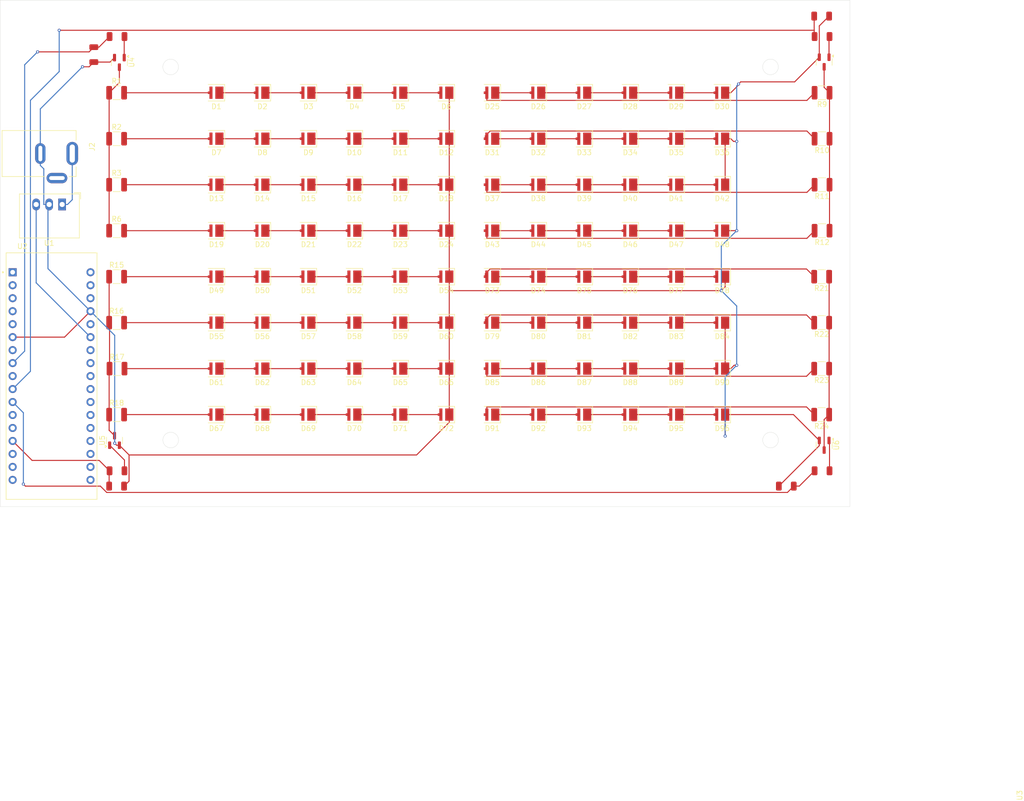
<source format=kicad_pcb>
(kicad_pcb (version 20241229) (generator "pcbnew") (generator_version "9.0")
  (layers (0 "F.Cu" signal) (2 "B.Cu" signal) (13 "F.Paste" user) (15 "B.Paste" user) (5 "F.SilkS" user "F.Silkscreen") (7 "B.SilkS" user "B.Silkscreen") (1 "F.Mask" user) (3 "B.Mask" user) (25 "Edge.Cuts" user))
  (net 0 "")
  (net 2 "GND")
  (net 3 "+24V")
  (net 4 "Net-(U1-OUT)")
  (net 7 "Net-(D25-A)")
  (net 23 "Net-(D25-K)")
  (net 27 "Net-(D26-K)")
  (net 32 "Net-(U2-3(PWM){slash}SCL)")
  (net 34 "Net-(D1-A)")
  (net 35 "Net-(D1-K)")
  (net 36 "Net-(D2-K)")
  (net 37 "Net-(D3-K)")
  (net 38 "Net-(D4-K)")
  (net 39 "Net-(D5-K)")
  (net 40 "Net-(D7-K)")
  (net 41 "Net-(D7-A)")
  (net 42 "Net-(D8-K)")
  (net 43 "Net-(D10-A)")
  (net 44 "Net-(D10-K)")
  (net 45 "Net-(D11-K)")
  (net 46 "Net-(D13-A)")
  (net 47 "Net-(D13-K)")
  (net 48 "Net-(D14-K)")
  (net 49 "Net-(D15-K)")
  (net 50 "Net-(D16-K)")
  (net 51 "Net-(D17-K)")
  (net 52 "Net-(D19-K)")
  (net 53 "Net-(D19-A)")
  (net 54 "Net-(D20-K)")
  (net 55 "Net-(D21-K)")
  (net 56 "Net-(D22-K)")
  (net 57 "Net-(D23-K)")
  (net 58 "Net-(U4-D)")
  (net 59 "Net-(U4-G)")
  (net 60 "Net-(D27-K)")
  (net 61 "Net-(D28-K)")
  (net 62 "Net-(D29-K)")
  (net 63 "Net-(D31-A)")
  (net 64 "Net-(D31-K)")
  (net 65 "Net-(D32-K)")
  (net 66 "Net-(D33-K)")
  (net 67 "Net-(D34-K)")
  (net 68 "Net-(D35-K)")
  (net 69 "Net-(D37-A)")
  (net 70 "Net-(D37-K)")
  (net 71 "Net-(D38-K)")
  (net 72 "Net-(D39-K)")
  (net 73 "Net-(D40-K)")
  (net 74 "Net-(D41-K)")
  (net 75 "Net-(D43-A)")
  (net 76 "Net-(D43-K)")
  (net 77 "Net-(D44-K)")
  (net 78 "Net-(D45-K)")
  (net 79 "Net-(D46-K)")
  (net 80 "Net-(D47-K)")
  (net 81 "Net-(D49-K)")
  (net 82 "Net-(D49-A)")
  (net 83 "Net-(D50-K)")
  (net 84 "Net-(D51-K)")
  (net 85 "Net-(D52-K)")
  (net 86 "Net-(D53-K)")
  (net 87 "Net-(D55-A)")
  (net 88 "Net-(D55-K)")
  (net 89 "Net-(D56-K)")
  (net 90 "Net-(D57-K)")
  (net 91 "Net-(D58-K)")
  (net 92 "Net-(D59-K)")
  (net 93 "Net-(D61-A)")
  (net 94 "Net-(D61-K)")
  (net 95 "Net-(D62-K)")
  (net 96 "Net-(D63-K)")
  (net 97 "Net-(D64-K)")
  (net 98 "Net-(D65-K)")
  (net 99 "Net-(D67-K)")
  (net 100 "Net-(D67-A)")
  (net 101 "Net-(D68-K)")
  (net 102 "Net-(D69-K)")
  (net 103 "Net-(D70-K)")
  (net 104 "Net-(D71-K)")
  (net 105 "Net-(D73-A)")
  (net 106 "Net-(D73-K)")
  (net 107 "Net-(D74-K)")
  (net 108 "Net-(D75-K)")
  (net 109 "Net-(D76-K)")
  (net 110 "Net-(D77-K)")
  (net 111 "Net-(D79-A)")
  (net 112 "Net-(D79-K)")
  (net 113 "Net-(D80-K)")
  (net 114 "Net-(D81-K)")
  (net 115 "Net-(D82-K)")
  (net 116 "Net-(D83-K)")
  (net 117 "Net-(D85-A)")
  (net 118 "Net-(D85-K)")
  (net 119 "Net-(D86-K)")
  (net 120 "Net-(D87-K)")
  (net 121 "Net-(D88-K)")
  (net 122 "Net-(D89-K)")
  (net 123 "Net-(D91-A)")
  (net 124 "Net-(D91-K)")
  (net 125 "Net-(D92-K)")
  (net 126 "Net-(D93-K)")
  (net 127 "Net-(D94-K)")
  (net 128 "Net-(D95-K)")
  (net 129 "Net-(U2-5(PWM))")
  (net 130 "Net-(U3-G)")
  (net 131 "Net-(U3-D)")
  (net 132 "Net-(U2-9(PWM){slash}A9)")
  (net 133 "Net-(U5-G)")
  (net 134 "Net-(U5-D)")
  (net 135 "Net-(U2-6(PWM){slash}A7)")
  (net 136 "Net-(U6-G)")
  (net 137 "Net-(U6-D)")
  (footprint "LED_SMD:LED_Luminus_MP-3030-1100_3.0x3.0mm" (layer "F.Cu") (at 170.57 51.21 180)
    (property "Reference" "D12")
    (property "Value" "LED")
  )
  (footprint "LED_SMD:LED_Luminus_MP-3030-1100_3.0x3.0mm" (layer "F.Cu") (at 215.57 78.21 180)
    (property "Reference" "D77")
    (property "Value" "LED")
  )
  (footprint "LED_SMD:LED_Luminus_MP-3030-1100_3.0x3.0mm" (layer "F.Cu") (at 224.57 78.21 180)
    (property "Reference" "D78")
    (property "Value" "LED")
  )
  (footprint "LED_SMD:LED_Luminus_MP-3030-1100_3.0x3.0mm" (layer "F.Cu") (at 170.57 105.21 180)
    (property "Reference" "D72")
    (property "Value" "LED")
  )
  (footprint "LED_SMD:LED_Luminus_MP-3030-1100_3.0x3.0mm" (layer "F.Cu") (at 143.57 60.21 180)
    (property "Reference" "D15")
    (property "Value" "LED")
  )
  (footprint "LED_SMD:LED_Luminus_MP-3030-1100_3.0x3.0mm" (layer "F.Cu") (at 134.57 96.21 180)
    (property "Reference" "D62")
    (property "Value" "LED")
  )
  (footprint "LED_SMD:LED_Luminus_MP-3030-1100_3.0x3.0mm" (layer "F.Cu") (at 125.57 51.21 180)
    (property "Reference" "D7")
    (property "Value" "LED")
  )
  (footprint "LED_SMD:LED_Luminus_MP-3030-1100_3.0x3.0mm" (layer "F.Cu") (at 224.57 51.21 180)
    (property "Reference" "D36")
    (property "Value" "LED")
  )
  (footprint "LED_SMD:LED_Luminus_MP-3030-1100_3.0x3.0mm" (layer "F.Cu") (at 161.57 42.21 180)
    (property "Reference" "D5")
    (property "Value" "LED")
  )
  (footprint "LED_SMD:LED_Luminus_MP-3030-1100_3.0x3.0mm" (layer "F.Cu") (at 188.57 96.21 180)
    (property "Reference" "D86")
    (property "Value" "LED")
  )
  (footprint "LED_SMD:LED_Luminus_MP-3030-1100_3.0x3.0mm" (layer "F.Cu") (at 134.57 87.21 180)
    (property "Reference" "D56")
    (property "Value" "LED")
  )
  (footprint "LED_SMD:LED_Luminus_MP-3030-1100_3.0x3.0mm" (layer "F.Cu") (at 170.57 78.21 180)
    (property "Reference" "D54")
    (property "Value" "LED")
  )
  (footprint "LED_SMD:LED_Luminus_MP-3030-1100_3.0x3.0mm" (layer "F.Cu") (at 152.57 42.21 180)
    (property "Reference" "D4")
    (property "Value" "LED")
  )
  (footprint "Resistor_SMD:R_1210_3225Metric" (layer "F.Cu") (at 106.0325 51.21)
    (property "Reference" "R2")
    (property "Value" "R")
  )
  (footprint "LED_SMD:LED_Luminus_MP-3030-1100_3.0x3.0mm" (layer "F.Cu") (at 125.57 96.21 180)
    (property "Reference" "D61")
    (property "Value" "LED")
  )
  (footprint "LED_SMD:LED_Luminus_MP-3030-1100_3.0x3.0mm" (layer "F.Cu") (at 125.57 69.21 180)
    (property "Reference" "D19")
    (property "Value" "LED")
  )
  (footprint "LED_SMD:LED_Luminus_MP-3030-1100_3.0x3.0mm" (layer "F.Cu") (at 152.57 105.21 180)
    (property "Reference" "D70")
    (property "Value" "LED")
  )
  (footprint "Resistor_SMD:R_1210_3225Metric" (layer "F.Cu") (at 244.0325 96.21 180)
    (property "Reference" "R23")
    (property "Value" "R")
  )
  (footprint "PCM_JLCPCB:R_1206" (layer "F.Cu") (at 101.57 34.75 -90)
    (property "Reference" "R5" (hide yes))
    (property "Value" "10kΩ")
  )
  (footprint "LED_SMD:LED_Luminus_MP-3030-1100_3.0x3.0mm" (layer "F.Cu") (at 161.57 78.21 180)
    (property "Reference" "D53")
    (property "Value" "LED")
  )
  (footprint "Resistor_SMD:R_1210_3225Metric" (layer "F.Cu") (at 244.0325 87.21 180)
    (property "Reference" "R22")
    (property "Value" "R")
  )
  (footprint "LED_SMD:LED_Luminus_MP-3030-1100_3.0x3.0mm" (layer "F.Cu") (at 152.57 51.21 180)
    (property "Reference" "D10")
    (property "Value" "LED")
  )
  (footprint "LED_SMD:LED_Luminus_MP-3030-1100_3.0x3.0mm" (layer "F.Cu") (at 197.57 96.21 180)
    (property "Reference" "D87")
    (property "Value" "LED")
  )
  (footprint "Resistor_SMD:R_1210_3225Metric" (layer "F.Cu") (at 244.1075 51.21 180)
    (property "Reference" "R10")
    (property "Value" "R")
  )
  (footprint "LED_SMD:LED_Luminus_MP-3030-1100_3.0x3.0mm" (layer "F.Cu") (at 206.57 87.21 180)
    (property "Reference" "D82")
    (property "Value" "LED")
  )
  (footprint "LED_SMD:LED_Luminus_MP-3030-1100_3.0x3.0mm" (layer "F.Cu") (at 170.57 87.21 180)
    (property "Reference" "D60")
    (property "Value" "LED")
  )
  (footprint "LED_SMD:LED_Luminus_MP-3030-1100_3.0x3.0mm" (layer "F.Cu") (at 215.57 51.21 180)
    (property "Reference" "D35")
    (property "Value" "LED")
  )
  (footprint "LED_SMD:LED_Luminus_MP-3030-1100_3.0x3.0mm" (layer "F.Cu") (at 224.57 105.21 180)
    (property "Reference" "D96")
    (property "Value" "LED")
  )
  (footprint "LED_SMD:LED_Luminus_MP-3030-1100_3.0x3.0mm" (layer "F.Cu") (at 188.57 51.21 180)
    (property "Reference" "D32")
    (property "Value" "LED")
  )
  (footprint "LED_SMD:LED_Luminus_MP-3030-1100_3.0x3.0mm" (layer "F.Cu") (at 170.57 69.21 180)
    (property "Reference" "D24")
    (property "Value" "LED")
  )
  (footprint "LED_SMD:LED_Luminus_MP-3030-1100_3.0x3.0mm" (layer "F.Cu") (at 215.57 96.21 180)
    (property "Reference" "D89")
    (property "Value" "LED")
  )
  (footprint "LED_SMD:LED_Luminus_MP-3030-1100_3.0x3.0mm" (layer "F.Cu") (at 152.57 69.21 180)
    (property "Reference" "D22")
    (property "Value" "LED")
  )
  (footprint "LED_SMD:LED_Luminus_MP-3030-1100_3.0x3.0mm" (layer "F.Cu") (at 188.57 78.21 180)
    (property "Reference" "D74")
    (property "Value" "LED")
  )
  (footprint "Resistor_SMD:R_1210_3225Metric" (layer "F.Cu") (at 244.1075 69.21 180)
    (property "Reference" "R12")
    (property "Value" "R")
  )
  (footprint "LED_SMD:LED_Luminus_MP-3030-1100_3.0x3.0mm" (layer "F.Cu") (at 188.57 87.21 180)
    (property "Reference" "D80")
    (property "Value" "LED")
  )
  (footprint "LED_SMD:LED_Luminus_MP-3030-1100_3.0x3.0mm" (layer "F.Cu") (at 197.57 69.21 180)
    (property "Reference" "D45")
    (property "Value" "LED")
  )
  (footprint "LED_SMD:LED_Luminus_MP-3030-1100_3.0x3.0mm" (layer "F.Cu") (at 179.57 69.21 180)
    (property "Reference" "D43")
    (property "Value" "LED")
  )
  (footprint "LED_SMD:LED_Luminus_MP-3030-1100_3.0x3.0mm" (layer "F.Cu") (at 161.57 87.21 180)
    (property "Reference" "D59")
    (property "Value" "LED")
  )
  (footprint "Package_TO_SOT_SMD:SOT-23" (layer "F.Cu") (at 244.52 36.1975 -90)
    (property "Reference" "U3")
    (property "Value" "WST2N7002")
  )
  (footprint "Resistor_SMD:R_1210_3225Metric" (layer "F.Cu") (at 106.0325 78.21)
    (property "Reference" "R15")
    (property "Value" "R")
  )
  (footprint "RAPC722X:SWITCHCRAFT_RAPC722X" (layer "F.Cu") (at 91.1 54.1137 -90)
    (property "Reference" "J2")
    (property "Value" "RAPC722X")
  )
  (footprint "LED_SMD:LED_Luminus_MP-3030-1100_3.0x3.0mm" (layer "F.Cu") (at 188.57 42.21 180)
    (property "Reference" "D26")
    (property "Value" "LED")
  )
  (footprint "LED_SMD:LED_Luminus_MP-3030-1100_3.0x3.0mm" (layer "F.Cu") (at 215.57 60.21 180)
    (property "Reference" "D41")
    (property "Value" "LED")
  )
  (footprint "PCM_JLCPCB:R_1206" (layer "F.Cu") (at 237.11 119.21 180)
    (property "Reference" "R19" (hide yes))
    (property "Value" "10kΩ")
  )
  (footprint "LED_SMD:LED_Luminus_MP-3030-1100_3.0x3.0mm" (layer "F.Cu") (at 206.57 42.21 180)
    (property "Reference" "D28")
    (property "Value" "LED")
  )
  (footprint "LED_SMD:LED_Luminus_MP-3030-1100_3.0x3.0mm" (layer "F.Cu") (at 224.57 60.21 180)
    (property "Reference" "D42")
    (property "Value" "LED")
  )
  (footprint "LED_SMD:LED_Luminus_MP-3030-1100_3.0x3.0mm" (layer "F.Cu") (at 125.57 60.21 180)
    (property "Reference" "D13")
    (property "Value" "LED")
  )
  (footprint "LED_SMD:LED_Luminus_MP-3030-1100_3.0x3.0mm" (layer "F.Cu") (at 224.57 87.21 180)
    (property "Reference" "D84")
    (property "Value" "LED")
  )
  (footprint "LED_SMD:LED_Luminus_MP-3030-1100_3.0x3.0mm" (layer "F.Cu") (at 206.57 69.21 180)
    (property "Reference" "D46")
    (property "Value" "LED")
  )
  (footprint "LED_SMD:LED_Luminus_MP-3030-1100_3.0x3.0mm" (layer "F.Cu") (at 161.57 60.21 180)
    (property "Reference" "D17")
    (property "Value" "LED")
  )
  (footprint "LED_SMD:LED_Luminus_MP-3030-1100_3.0x3.0mm" (layer "F.Cu") (at 179.57 87.21 180)
    (property "Reference" "D79")
    (property "Value" "LED")
  )
  (footprint "LED_SMD:LED_Luminus_MP-3030-1100_3.0x3.0mm" (layer "F.Cu") (at 188.57 105.21 180)
    (property "Reference" "D92")
    (property "Value" "LED")
  )
  (footprint "LED_SMD:LED_Luminus_MP-3030-1100_3.0x3.0mm" (layer "F.Cu") (at 134.57 105.21 180)
    (property "Reference" "D68")
    (property "Value" "LED")
  )
  (footprint "LED_SMD:LED_Luminus_MP-3030-1100_3.0x3.0mm" (layer "F.Cu") (at 206.57 96.21 180)
    (property "Reference" "D88")
    (property "Value" "LED")
  )
  (footprint "LED_SMD:LED_Luminus_MP-3030-1100_3.0x3.0mm" (layer "F.Cu") (at 179.57 78.21 180)
    (property "Reference" "D73")
    (property "Value" "LED")
  )
  (footprint "LED_SMD:LED_Luminus_MP-3030-1100_3.0x3.0mm" (layer "F.Cu") (at 206.57 51.21 180)
    (property "Reference" "D34")
    (property "Value" "LED")
  )
  (footprint "LED_SMD:LED_Luminus_MP-3030-1100_3.0x3.0mm" (layer "F.Cu") (at 206.57 60.21 180)
    (property "Reference" "D40")
    (property "Value" "LED")
  )
  (footprint "PCM_JLCPCB:R_1206" (layer "F.Cu") (at 106.11 116.21)
    (property "Reference" "R14" (hide yes))
    (property "Value" "100mΩ")
  )
  (footprint "LED_SMD:LED_Luminus_MP-3030-1100_3.0x3.0mm" (layer "F.Cu") (at 197.57 87.21 180)
    (property "Reference" "D81")
    (property "Value" "LED")
  )
  (footprint "LED_SMD:LED_Luminus_MP-3030-1100_3.0x3.0mm" (layer "F.Cu") (at 179.57 42.21 180)
    (property "Reference" "D25")
    (property "Value" "LED")
  )
  (footprint "LED_SMD:LED_Luminus_MP-3030-1100_3.0x3.0mm" (layer "F.Cu") (at 143.57 105.21 180)
    (property "Reference" "D69")
    (property "Value" "LED")
  )
  (footprint "Resistor_SMD:R_1210_3225Metric" (layer "F.Cu") (at 106.0325 69.21)
    (property "Reference" "R6")
    (property "Value" "R")
  )
  (footprint "Resistor_SMD:R_1210_3225Metric" (layer "F.Cu") (at 106.0325 42.21)
    (property "Reference" "R1")
    (property "Value" "R")
  )
  (footprint "PCM_JLCPCB:R_1206" (layer "F.Cu") (at 244.11 31.21)
    (property "Reference" "R8" (hide yes))
    (property "Value" "100mΩ")
  )
  (footprint "LED_SMD:LED_Luminus_MP-3030-1100_3.0x3.0mm" (layer "F.Cu") (at 224.57 96.21 180)
    (property "Reference" "D90")
    (property "Value" "LED")
  )
  (footprint "PCM_JLCPCB:R_1206" (layer "F.Cu") (at 244.11 116.21)
    (property "Reference" "R20" (hide yes))
    (property "Value" "100mΩ")
  )
  (footprint "LED_SMD:LED_Luminus_MP-3030-1100_3.0x3.0mm" (layer "F.Cu") (at 134.57 78.21 180)
    (property "Reference" "D50")
    (property "Value" "LED")
  )
  (footprint "LED_SMD:LED_Luminus_MP-3030-1100_3.0x3.0mm" (layer "F.Cu") (at 125.57 42.21 180)
    (property "Reference" "D1")
    (property "Value" "LED")
  )
  (footprint "LED_SMD:LED_Luminus_MP-3030-1100_3.0x3.0mm" (layer "F.Cu") (at 179.57 51.21 180)
    (property "Reference" "D31")
    (property "Value" "LED")
  )
  (footprint "LED_SMD:LED_Luminus_MP-3030-1100_3.0x3.0mm" (layer "F.Cu") (at 161.57 105.21 180)
    (property "Reference" "D71")
    (property "Value" "LED")
  )
  (footprint "PCM_JLCPCB:R_1206" (layer "F.Cu") (at 244.03 27.21)
    (property "Reference" "R7" (hide yes))
    (property "Value" "10kΩ")
  )
  (footprint "LED_SMD:LED_Luminus_MP-3030-1100_3.0x3.0mm" (layer "F.Cu") (at 143.57 96.21 180)
    (property "Reference" "D63")
    (property "Value" "LED")
  )
  (footprint "LED_SMD:LED_Luminus_MP-3030-1100_3.0x3.0mm" (layer "F.Cu") (at 206.57 105.21 180)
    (property "Reference" "D94")
    (property "Value" "LED")
  )
  (footprint "Converter_DCDC:Converter_DCDC_RECOM_R-78E-0.5_THT" (layer "F.Cu") (at 95.3675 64.0825 180)
    (property "Reference" "U1")
    (property "Value" "R-78E5.0-0.5")
  )
  (footprint "LED_SMD:LED_Luminus_MP-3030-1100_3.0x3.0mm" (layer "F.Cu") (at 125.57 105.21 180)
    (property "Reference" "D67")
    (property "Value" "LED")
  )
  (footprint "Resistor_SMD:R_1210_3225Metric" (layer "F.Cu") (at 244.0325 78.21 180)
    (property "Reference" "R21")
    (property "Value" "R")
  )
  (footprint "LED_SMD:LED_Luminus_MP-3030-1100_3.0x3.0mm" (layer "F.Cu") (at 143.57 78.21 180)
    (property "Reference" "D51")
    (property "Value" "LED")
  )
  (footprint "LED_SMD:LED_Luminus_MP-3030-1100_3.0x3.0mm" (layer "F.Cu") (at 215.57 105.21 180)
    (property "Reference" "D95")
    (property "Value" "LED")
  )
  (footprint "Resistor_SMD:R_1210_3225Metric" (layer "F.Cu") (at 106.0325 87.21)
    (property "Reference" "R16")
    (property "Value" "R")
  )
  (footprint "LED_SMD:LED_Luminus_MP-3030-1100_3.0x3.0mm" (layer "F.Cu") (at 125.57 87.21 180)
    (property "Reference" "D55")
    (property "Value" "LED")
  )
  (footprint "LED_SMD:LED_Luminus_MP-3030-1100_3.0x3.0mm" (layer "F.Cu") (at 134.57 69.21 180)
    (property "Reference" "D20")
    (property "Value" "LED")
  )
  (footprint "PCM_JLCPCB:R_1206" (layer "F.Cu") (at 106.03 119.21)
    (property "Reference" "R13" (hide yes))
    (property "Value" "10kΩ")
  )
  (footprint "LED_SMD:LED_Luminus_MP-3030-1100_3.0x3.0mm" (layer "F.Cu") (at 152.57 96.21 180)
    (property "Reference" "D64")
    (property "Value" "LED")
  )
  (footprint "Resistor_SMD:R_1210_3225Metric" (layer "F.Cu") (at 106.0325 105.21)
    (property "Reference" "R18")
    (property "Value" "R")
  )
  (footprint "LED_SMD:LED_Luminus_MP-3030-1100_3.0x3.0mm" (layer "F.Cu") (at 134.57 42.21 180)
    (property "Reference" "D2")
    (property "Value" "LED")
  )
  (footprint "LED_SMD:LED_Luminus_MP-3030-1100_3.0x3.0mm" (layer "F.Cu") (at 134.57 60.21 180)
    (property "Reference" "D14")
    (property "Value" "LED")
  )
  (footprint "LED_SMD:LED_Luminus_MP-3030-1100_3.0x3.0mm" (layer "F.Cu") (at 143.57 42.21 180)
    (property "Reference" "D3")
    (property "Value" "LED")
  )
  (footprint "LED_SMD:LED_Luminus_MP-3030-1100_3.0x3.0mm" (layer "F.Cu") (at 224.57 69.21 180)
    (property "Reference" "D48")
    (property "Value" "LED")
  )
  (footprint "Package_TO_SOT_SMD:SOT-23" (layer "F.Cu") (at 106.57 36.2725 -90)
    (property "Reference" "U4")
    (property "Value" "WST2N7002")
  )
  (footprint "LED_SMD:LED_Luminus_MP-3030-1100_3.0x3.0mm" (layer "F.Cu") (at 152.57 87.21 180)
    (property "Reference" "D58")
    (property "Value" "LED")
  )
  (footprint "LED_SMD:LED_Luminus_MP-3030-1100_3.0x3.0mm" (layer "F.Cu") (at 197.57 105.21 180)
    (property "Reference" "D93")
    (property "Value" "LED")
  )
  (footprint "LED_SMD:LED_Luminus_MP-3030-1100_3.0x3.0mm" (layer "F.Cu") (at 197.57 78.21 180)
    (property "Reference" "D75")
    (property "Value" "LED")
  )
  (footprint "LED_SMD:LED_Luminus_MP-3030-1100_3.0x3.0mm" (layer "F.Cu") (at 215.57 69.21 180)
    (property "Reference" "D47")
    (property "Value" "LED")
  )
  (footprint "LED_SMD:LED_Luminus_MP-3030-1100_3.0x3.0mm" (layer "F.Cu") (at 215.57 42.21 180)
    (property "Reference" "D29")
    (property "Value" "LED")
  )
  (footprint "LED_SMD:LED_Luminus_MP-3030-1100_3.0x3.0mm" (layer "F.Cu") (at 152.57 60.21 180)
    (property "Reference" "D16")
    (property "Value" "LED")
  )
  (footprint "LED_SMD:LED_Luminus_MP-3030-1100_3.0x3.0mm" (layer "F.Cu") (at 179.57 60.21 180)
    (property "Reference" "D37")
    (property "Value" "LED")
  )
  (footprint "LED_SMD:LED_Luminus_MP-3030-1100_3.0x3.0mm" (layer "F.Cu") (at 161.57 96.21 180)
    (property "Reference" "D65")
    (property "Value" "LED")
  )
  (footprint "Package_TO_SOT_SMD:SOT-23" (layer "F.Cu") (at 244.52 111.21 -90)
    (property "Reference" "U6")
    (property "Value" "WST2N7002")
  )
  (footprint "LED_SMD:LED_Luminus_MP-3030-1100_3.0x3.0mm" (layer "F.Cu") (at 179.57 96.21 180)
    (property "Reference" "D85")
    (property "Value" "LED")
  )
  (footprint "LED_SMD:LED_Luminus_MP-3030-1100_3.0x3.0mm" (layer "F.Cu") (at 179.57 105.21 180)
    (property "Reference" "D91")
    (property "Value" "LED")
  )
  (footprint "Resistor_SMD:R_1210_3225Metric" (layer "F.Cu") (at 244.0325 105.21 180)
    (property "Reference" "R24")
    (property "Value" "R")
  )
  (footprint "LED_SMD:LED_Luminus_MP-3030-1100_3.0x3.0mm" (layer "F.Cu") (at 161.57 51.21 180)
    (property "Reference" "D11")
    (property "Value" "LED")
  )
  (footprint "LED_SMD:LED_Luminus_MP-3030-1100_3.0x3.0mm" (layer "F.Cu") (at 224.57 42.21 180)
    (property "Reference" "D30")
    (property "Value" "LED")
  )
  (footprint "LED_SMD:LED_Luminus_MP-3030-1100_3.0x3.0mm" (layer "F.Cu") (at 125.57 78.21 180)
    (property "Reference" "D49")
    (property "Value" "LED")
  )
  (footprint "LED_SMD:LED_Luminus_MP-3030-1100_3.0x3.0mm" (layer "F.Cu") (at 188.57 69.21 180)
    (property "Reference" "D44")
    (property "Value" "LED")
  )
  (footprint "LED_SMD:LED_Luminus_MP-3030-1100_3.0x3.0mm" (layer "F.Cu") (at 197.57 42.21 180)
    (property "Reference" "D27")
    (property "Value" "LED")
  )
  (footprint "LED_SMD:LED_Luminus_MP-3030-1100_3.0x3.0mm" (layer "F.Cu") (at 134.57 51.21 180)
    (property "Reference" "D8")
    (property "Value" "LED")
  )
  (footprint "LED_SMD:LED_Luminus_MP-3030-1100_3.0x3.0mm" (layer "F.Cu") (at 170.57 60.21 180)
    (property "Reference" "D18")
    (property "Value" "LED")
  )
  (footprint "LED_SMD:LED_Luminus_MP-3030-1100_3.0x3.0mm" (layer "F.Cu") (at 215.57 87.21 180)
    (property "Reference" "D83")
    (property "Value" "LED")
  )
  (footprint "LED_SMD:LED_Luminus_MP-3030-1100_3.0x3.0mm" (layer "F.Cu") (at 143.57 51.21 180)
    (property "Reference" "D9")
    (property "Value" "LED")
  )
  (footprint "Resistor_SMD:R_1210_3225Metric" (layer "F.Cu") (at 106.1075 96.21)
    (property "Reference" "R17")
    (property "Value" "R")
  )
  (footprint "LED_SMD:LED_Luminus_MP-3030-1100_3.0x3.0mm" (layer "F.Cu") (at 170.57 42.21 180)
    (property "Reference" "D6")
    (property "Value" "LED")
  )
  (footprint "LED_SMD:LED_Luminus_MP-3030-1100_3.0x3.0mm" (layer "F.Cu") (at 161.57 69.21 180)
    (property "Reference" "D23")
    (property "Value" "LED")
  )
  (footprint "Resistor_SMD:R_1210_3225Metric" (layer "F.Cu") (at 244.1075 60.21 180)
    (property "Reference" "R11")
    (property "Value" "R")
  )
  (footprint "LED_SMD:LED_Luminus_MP-3030-1100_3.0x3.0mm" (layer "F.Cu") (at 143.57 69.21 180)
    (property "Reference" "D21")
    (property "Value" "LED")
  )
  (footprint "Package_TO_SOT_SMD:SOT-23" (layer "F.Cu") (at 105.62 110.2725 90)
    (property "Reference" "U5")
    (property "Value" "WST2N7002")
  )
  (footprint "LED_SMD:LED_Luminus_MP-3030-1100_3.0x3.0mm" (layer "F.Cu") (at 206.57 78.21 180)
    (property "Reference" "D76")
    (property "Value" "LED")
  )
  (footprint "Resistor_SMD:R_1210_3225Metric" (layer "F.Cu") (at 244.1075 42.21 180)
    (property "Reference" "R9")
    (property "Value" "R")
  )
  (footprint "LED_SMD:LED_Luminus_MP-3030-1100_3.0x3.0mm" (layer "F.Cu") (at 152.57 78.21 180)
    (property "Reference" "D52")
    (property "Value" "LED")
  )
  (footprint "PCM_JLCPCB:R_1206" (layer "F.Cu") (at 106.11 31.21)
    (property "Reference" "R4" (hide yes))
    (property "Value" "100mΩ")
  )
  (footprint "arduino_micro:A000053" (layer "F.Cu") (at 93.3 97.67)
    (property "Reference" "U2")
    (property "Value" "A000053")
  )
  (footprint "LED_SMD:LED_Luminus_MP-3030-1100_3.0x3.0mm" (layer "F.Cu") (at 197.57 60.21 180)
    (property "Reference" "D39")
    (property "Value" "LED")
  )
  (footprint "Resistor_SMD:R_1210_3225Metric" (layer "F.Cu") (at 106.0325 60.21)
    (property "Reference" "R3")
    (property "Value" "R")
  )
  (footprint "LED_SMD:LED_Luminus_MP-3030-1100_3.0x3.0mm" (layer "F.Cu") (at 197.57 51.21 180)
    (property "Reference" "D33")
    (property "Value" "LED")
  )
  (footprint "LED_SMD:LED_Luminus_MP-3030-1100_3.0x3.0mm" (layer "F.Cu") (at 143.57 87.21 180)
    (property "Reference" "D57")
    (property "Value" "LED")
  )
  (footprint "LED_SMD:LED_Luminus_MP-3030-1100_3.0x3.0mm" (layer "F.Cu") (at 188.57 60.21 180)
    (property "Reference" "D38")
    (property "Value" "LED")
  )
  (footprint "LED_SMD:LED_Luminus_MP-3030-1100_3.0x3.0mm" (layer "F.Cu") (at 170.57 96.21 180)
    (property "Reference" "D66")
    (property "Value" "LED")
  )
  (gr_circle (center 234.019967 37.16) (end 234.009967 38.69) (stroke (width 0.05)) (fill no) (layer "Edge.Cuts"))
  (gr_circle (center 234.03 110.2) (end 234.02 111.73) (stroke (width 0.05)) (fill no) (layer "Edge.Cuts"))
  (gr_rect (start 83.23 24.085) (end 249.57 123.21) (stroke (width 0.05)) (fill no) (layer "Edge.Cuts"))
  (gr_circle (center 116.609967 37.17) (end 116.599967 38.7) (stroke (width 0.05)) (fill no) (layer "Edge.Cuts"))
  (gr_circle (center 116.619967 110.19) (end 116.609967 111.72) (stroke (width 0.05)) (fill no) (layer "Edge.Cuts"))
  (segment (start 227.7669 40.5006) (end 227.7669 40.6898) (width 0.2) (layer "F.Cu") (net 2))
  (segment (start 100.6513 37.1287) (end 101.57 36.21) (width 0.2) (layer "F.Cu") (net 2))
  (segment (start 225.145 96.21) (end 226.2467 96.21) (width 0.2) (layer "F.Cu") (net 2))
  (segment (start 108.4671 118.2329) (end 108.4671 113.1071) (width 0.2) (layer "F.Cu") (net 2))
  (segment (start 227.4005 95.5567) (end 226.9 95.5567) (width 0.2) (layer "F.Cu") (net 2))
  (segment (start 104.745 36.21) (end 105.62 35.335) (width 0.2) (layer "F.Cu") (net 2))
  (segment (start 171.145 51.21) (end 171.145 60.21) (width 0.2) (layer "F.Cu") (net 2))
  (segment (start 171.145 78.21) (end 171.145 69.21) (width 0.2) (layer "F.Cu") (net 2))
  (segment (start 226.2492 69.2075) (end 226.2467 69.21) (width 0.2) (layer "F.Cu") (net 2))
  (segment (start 171.145 80.9497) (end 171.145 78.21) (width 0.2) (layer "F.Cu") (net 2))
  (segment (start 101.57 36.21) (end 104.745 36.21) (width 0.2) (layer "F.Cu") (net 2))
  (segment (start 95.84 90.05) (end 100.92 84.97) (width 0.2) (layer "F.Cu") (net 2))
  (segment (start 171.145 42.21) (end 171.145 51.21) (width 0.2) (layer "F.Cu") (net 2))
  (segment (start 226.7724 51.7357) (end 226.2467 51.21) (width 0.2) (layer "F.Cu") (net 2))
  (segment (start 106.57 111.21) (end 106.0451 111.21) (width 0.2) (layer "F.Cu") (net 2))
  (segment (start 243.57 111.29) (end 243.57 110.2725) (width 0.2) (layer "F.Cu") (net 2))
  (segment (start 108.4671 113.1071) (end 106.57 111.21) (width 0.2) (layer "F.Cu") (net 2))
  (segment (start 225.145 69.21) (end 226.2467 69.21) (width 0.2) (layer "F.Cu") (net 2))
  (segment (start 243.57 29.13) (end 243.57 35.26) (width 0.2) (layer "F.Cu") (net 2))
  (segment (start 225.145 51.21) (end 226.2467 51.21) (width 0.2) (layer "F.Cu") (net 2))
  (segment (start 171.145 80.9497) (end 224.395 80.9497) (width 0.2) (layer "F.Cu") (net 2))
  (segment (start 85.68 90.05) (end 95.84 90.05) (width 0.2) (layer "F.Cu") (net 2))
  (segment (start 238.5075 105.21) (end 225.145 105.21) (width 0.2) (layer "F.Cu") (net 2))
  (segment (start 171.145 60.21) (end 171.145 69.21) (width 0.2) (layer "F.Cu") (net 2))
  (segment (start 171.145 87.21) (end 171.145 96.21) (width 0.2) (layer "F.Cu") (net 2))
  (segment (start 235.65 119.21) (end 243.57 111.29) (width 0.2) (layer "F.Cu") (net 2))
  (segment (start 99.3471 37.1287) (end 100.6513 37.1287) (width 0.2) (layer "F.Cu") (net 2))
  (segment (start 225.145 105.21) (end 225.145 109.4137) (width 0.2) (layer "F.Cu") (net 2))
  (segment (start 106.0451 111.21) (end 105.6519 110.8168) (width 0.2) (layer "F.Cu") (net 2))
  (segment (start 171.145 87.21) (end 171.145 80.9497) (width 0.2) (layer "F.Cu") (net 2))
  (segment (start 164.7496 113.1071) (end 171.145 106.7117) (width 0.2) (layer "F.Cu") (net 2))
  (segment (start 171.145 105.21) (end 171.145 106.7117) (width 0.2) (layer "F.Cu") (net 2))
  (segment (start 245.49 27.21) (end 243.57 29.13) (width 0.2) (layer "F.Cu") (net 2))
  (segment (start 225.145 78.21) (end 225.145 80.1997) (width 0.2) (layer "F.Cu") (net 2))
  (segment (start 225.145 80.1997) (end 224.395 80.9497) (width 0.2) (layer "F.Cu") (net 2))
  (segment (start 107.49 119.21) (end 108.4671 118.2329) (width 0.2) (layer "F.Cu") (net 2))
  (segment (start 225.145 51.21) (end 225.145 52.7117) (width 0.2) (layer "F.Cu") (net 2))
  (segment (start 225.145 96.21) (end 225.145 87.21) (width 0.2) (layer "F.Cu") (net 2))
  (segment (start 243.57 35.26) (end 238.75 40.08) (width 0.2) (layer "F.Cu") (net 2))
  (segment (start 227.4005 51.7357) (end 226.7724 51.7357) (width 0.2) (layer "F.Cu") (net 2))
  (segment (start 227.4005 69.2075) (end 226.2492 69.2075) (width 0.2) (layer "F.Cu") (net 2))
  (segment (start 228.1875 40.08) (end 227.7669 40.5006) (width 0.2) (layer "F.Cu") (net 2))
  (segment (start 225.145 42.21) (end 226.2467 42.21) (width 0.2) (layer "F.Cu") (net 2))
  (segment (start 227.7669 40.6898) (end 226.2467 42.21) (width 0.2) (layer "F.Cu") (net 2))
  (segment (start 226.9 95.5567) (end 226.2467 96.21) (width 0.2) (layer "F.Cu") (net 2))
  (segment (start 225.145 60.21) (end 225.145 52.7117) (width 0.2) (layer "F.Cu") (net 2))
  (segment (start 171.145 105.21) (end 171.145 96.21) (width 0.2) (layer "F.Cu") (net 2))
  (segment (start 238.75 40.08) (end 228.1875 40.08) (width 0.2) (layer "F.Cu") (net 2))
  (segment (start 108.4671 113.1071) (end 164.7496 113.1071) (width 0.2) (layer "F.Cu") (net 2))
  (segment (start 243.57 110.2725) (end 238.5075 105.21) (width 0.2) (layer "F.Cu") (net 2))
  (via (at 99.3471 37.1287) (size 0.6) (drill 0.3) (layers "F.Cu" "B.Cu") (net 2))
  (via (at 227.4005 69.2075) (size 0.6) (drill 0.3) (layers "F.Cu" "B.Cu") (net 2))
  (via (at 225.145 109.4137) (size 0.6) (drill 0.3) (layers "F.Cu" "B.Cu") (net 2))
  (via (at 227.4005 95.5567) (size 0.6) (drill 0.3) (layers "F.Cu" "B.Cu") (net 2))
  (via (at 227.7669 40.5006) (size 0.6) (drill 0.3) (layers "F.Cu" "B.Cu") (net 2))
  (via (at 227.4005 51.7357) (size 0.6) (drill 0.3) (layers "F.Cu" "B.Cu") (net 2))
  (via (at 105.6519 110.8168) (size 0.6) (drill 0.3) (layers "F.Cu" "B.Cu") (net 2))
  (via (at 224.395 80.9497) (size 0.6) (drill 0.3) (layers "F.Cu" "B.Cu") (net 2))
  (segment (start 227.4005 51.7357) (end 227.4005 40.867) (width 0.2) (layer "B.Cu") (net 2))
  (segment (start 224.395 80.9497) (end 227.4005 83.9552) (width 0.2) (layer "B.Cu") (net 2))
  (segment (start 227.4005 69.2075) (end 224.395 72.213) (width 0.2) (layer "B.Cu") (net 2))
  (segment (start 227.4005 69.2075) (end 227.4005 51.7357) (width 0.2) (layer "B.Cu") (net 2))
  (segment (start 105.6519 89.7019) (end 100.92 84.97) (width 0.2) (layer "B.Cu") (net 2))
  (segment (start 91.1 55.277) (end 91.1 54.1137) (width 0.2) (layer "B.Cu") (net 2))
  (segment (start 92.5931 76.6431) (end 100.92 84.97) (width 0.2) (layer "B.Cu") (net 2))
  (segment (start 225.145 97.8122) (end 227.4005 95.5567) (width 0.2) (layer "B.Cu") (net 2))
  (segment (start 92.5931 64.0825) (end 92.5931 76.6431) (width 0.2) (layer "B.Cu") (net 2))
  (segment (start 105.6519 110.8168) (end 105.6519 89.7019) (width 0.2) (layer "B.Cu") (net 2))
  (segment (start 91.1 45.3758) (end 99.3471 37.1287) (width 0.2) (layer "B.Cu") (net 2))
  (segment (start 225.145 109.4137) (end 225.145 97.8122) (width 0.2) (layer "B.Cu") (net 2))
  (segment (start 91.1 56.4404) (end 91.7758 57.1162) (width 0.2) (layer "B.Cu") (net 2))
  (segment (start 91.7758 57.1162) (end 91.7758 64.0825) (width 0.2) (layer "B.Cu") (net 2))
  (segment (start 91.1 55.277) (end 91.1 56.4404) (width 0.2) (layer "B.Cu") (net 2))
  (segment (start 92.5931 64.0825) (end 91.7758 64.0825) (width 0.2) (layer "B.Cu") (net 2))
  (segment (start 227.4005 40.867) (end 227.7669 40.5006) (width 0.2) (layer "B.Cu") (net 2))
  (segment (start 227.4005 83.9552) (end 227.4005 95.5567) (width 0.2) (layer "B.Cu") (net 2))
  (segment (start 91.1 54.1137) (end 91.1 45.3758) (width 0.2) (layer "B.Cu") (net 2))
  (segment (start 224.395 72.213) (end 224.395 80.9497) (width 0.2) (layer "B.Cu") (net 2))
  (segment (start 92.8275 64.0825) (end 92.5931 64.0825) (width 0.2) (layer "B.Cu") (net 2))
  (segment (start 97.35 54.1137) (end 97.35 63.1517) (width 0.2) (layer "B.Cu") (net 3))
  (segment (start 97.35 63.1517) (end 96.4192 64.0825) (width 0.2) (layer "B.Cu") (net 3))
  (segment (start 95.3675 64.0825) (end 96.4192 64.0825) (width 0.2) (layer "B.Cu") (net 3))
  (segment (start 90.2875 64.0825) (end 90.2875 79.4175) (width 0.2) (layer "B.Cu") (net 4))
  (segment (start 90.2875 79.4175) (end 100.92 90.05) (width 0.2) (layer "B.Cu") (net 4))
  (segment (start 178.195 42.21) (end 178.495 42.21) (width 0.2) (layer "F.Cu") (net 7))
  (segment (start 241.1433 43.7117) (end 178.495 43.7117) (width 0.2) (layer "F.Cu") (net 7))
  (segment (start 178.495 42.21) (end 178.495 43.7117) (width 0.2) (layer "F.Cu") (net 7))
  (segment (start 242.645 42.21) (end 241.1433 43.7117) (width 0.2) (layer "F.Cu") (net 7))
  (segment (start 187.495 42.21) (end 187.195 42.21) (width 0.2) (layer "F.Cu") (net 23))
  (segment (start 180.145 42.21) (end 187.195 42.21) (width 0.2) (layer "F.Cu") (net 23))
  (segment (start 189.145 42.21) (end 196.195 42.21) (width 0.2) (layer "F.Cu") (net 27))
  (segment (start 196.495 42.21) (end 196.195 42.21) (width 0.2) (layer "F.Cu") (net 27))
  (segment (start 90.565 34.2073) (end 100.6527 34.2073) (width 0.2) (layer "F.Cu") (net 32))
  (segment (start 101.57 33.29) (end 102.57 33.29) (width 0.2) (layer "F.Cu") (net 32))
  (segment (start 100.6527 34.2073) (end 101.57 33.29) (width 0.2) (layer "F.Cu") (net 32))
  (segment (start 102.57 33.29) (end 104.65 31.21) (width 0.2) (layer "F.Cu") (net 32))
  (via (at 90.565 34.2073) (size 0.6) (drill 0.3) (layers "F.Cu" "B.Cu") (net 32))
  (segment (start 88.0299 36.7424) (end 88.0299 92.7801) (width 0.2) (layer "B.Cu") (net 32))
  (segment (start 88.0299 92.7801) (end 85.68 95.13) (width 0.2) (layer "B.Cu") (net 32))
  (segment (start 90.565 34.2073) (end 88.0299 36.7424) (width 0.2) (layer "B.Cu") (net 32))
  (segment (start 107.495 42.21) (end 124.195 42.21) (width 0.2) (layer "F.Cu") (net 34))
  (segment (start 124.495 42.21) (end 124.195 42.21) (width 0.2) (layer "F.Cu") (net 34))
  (segment (start 126.145 42.21) (end 133.195 42.21) (width 0.2) (layer "F.Cu") (net 35))
  (segment (start 133.195 42.21) (end 133.495 42.21) (width 0.2) (layer "F.Cu") (net 35))
  (segment (start 135.145 42.21) (end 142.195 42.21) (width 0.2) (layer "F.Cu") (net 36))
  (segment (start 142.495 42.21) (end 142.195 42.21) (width 0.2) (layer "F.Cu") (net 36))
  (segment (start 144.145 42.21) (end 151.195 42.21) (width 0.2) (layer "F.Cu") (net 37))
  (segment (start 151.195 42.21) (end 151.495 42.21) (width 0.2) (layer "F.Cu") (net 37))
  (segment (start 160.195 42.21) (end 160.495 42.21) (width 0.2) (layer "F.Cu") (net 38))
  (segment (start 153.145 42.21) (end 160.195 42.21) (width 0.2) (layer "F.Cu") (net 38))
  (segment (start 169.495 42.21) (end 169.195 42.21) (width 0.2) (layer "F.Cu") (net 39))
  (segment (start 162.145 42.21) (end 169.195 42.21) (width 0.2) (layer "F.Cu") (net 39))
  (segment (start 126.145 51.21) (end 133.195 51.21) (width 0.2) (layer "F.Cu") (net 40))
  (segment (start 133.495 51.21) (end 133.195 51.21) (width 0.2) (layer "F.Cu") (net 40))
  (segment (start 107.495 51.21) (end 124.195 51.21) (width 0.2) (layer "F.Cu") (net 41))
  (segment (start 124.495 51.21) (end 124.195 51.21) (width 0.2) (layer "F.Cu") (net 41))
  (segment (start 142.495 51.21) (end 142.195 51.21) (width 0.2) (layer "F.Cu") (net 42))
  (segment (start 135.145 51.21) (end 142.195 51.21) (width 0.2) (layer "F.Cu") (net 42))
  (segment (start 144.145 51.21) (end 151.195 51.21) (width 0.2) (layer "F.Cu") (net 43))
  (segment (start 151.195 51.21) (end 151.495 51.21) (width 0.2) (layer "F.Cu") (net 43))
  (segment (start 160.495 51.21) (end 160.195 51.21) (width 0.2) (layer "F.Cu") (net 44))
  (segment (start 153.145 51.21) (end 160.195 51.21) (width 0.2) (layer "F.Cu") (net 44))
  (segment (start 169.495 51.21) (end 169.195 51.21) (width 0.2) (layer "F.Cu") (net 45))
  (segment (start 162.145 51.21) (end 169.195 51.21) (width 0.2) (layer "F.Cu") (net 45))
  (segment (start 107.495 60.21) (end 124.195 60.21) (width 0.2) (layer "F.Cu") (net 46))
  (segment (start 124.495 60.21) (end 124.195 60.21) (width 0.2) (layer "F.Cu") (net 46))
  (segment (start 126.145 60.21) (end 133.195 60.21) (width 0.2) (layer "F.Cu") (net 47))
  (segment (start 133.495 60.21) (end 133.195 60.21) (width 0.2) (layer "F.Cu") (net 47))
  (segment (start 135.145 60.21) (end 142.195 60.21) (width 0.2) (layer "F.Cu") (net 48))
  (segment (start 142.495 60.21) (end 142.195 60.21) (width 0.2) (layer "F.Cu") (net 48))
  (segment (start 151.195 60.21) (end 151.495 60.21) (width 0.2) (layer "F.Cu") (net 49))
  (segment (start 144.145 60.21) (end 151.195 60.21) (width 0.2) (layer "F.Cu") (net 49))
  (segment (start 153.145 60.21) (end 160.195 60.21) (width 0.2) (layer "F.Cu") (net 50))
  (segment (start 160.495 60.21) (end 160.195 60.21) (width 0.2) (layer "F.Cu") (net 50))
  (segment (start 162.145 60.21) (end 169.195 60.21) (width 0.2) (layer "F.Cu") (net 51))
  (segment (start 169.195 60.21) (end 169.495 60.21) (width 0.2) (layer "F.Cu") (net 51))
  (segment (start 133.495 69.21) (end 133.195 69.21) (width 0.2) (layer "F.Cu") (net 52))
  (segment (start 126.145 69.21) (end 133.195 69.21) (width 0.2) (layer "F.Cu") (net 52))
  (segment (start 107.495 69.21) (end 124.195 69.21) (width 0.2) (layer "F.Cu") (net 53))
  (segment (start 124.495 69.21) (end 124.195 69.21) (width 0.2) (layer "F.Cu") (net 53))
  (segment (start 135.145 69.21) (end 142.195 69.21) (width 0.2) (layer "F.Cu") (net 54))
  (segment (start 142.495 69.21) (end 142.195 69.21) (width 0.2) (layer "F.Cu") (net 54))
  (segment (start 151.495 69.21) (end 151.195 69.21) (width 0.2) (layer "F.Cu") (net 55))
  (segment (start 144.145 69.21) (end 151.195 69.21) (width 0.2) (layer "F.Cu") (net 55))
  (segment (start 160.495 69.21) (end 160.195 69.21) (width 0.2) (layer "F.Cu") (net 56))
  (segment (start 153.145 69.21) (end 160.195 69.21) (width 0.2) (layer "F.Cu") (net 56))
  (segment (start 162.145 69.21) (end 169.195 69.21) (width 0.2) (layer "F.Cu") (net 57))
  (segment (start 169.195 69.21) (end 169.495 69.21) (width 0.2) (layer "F.Cu") (net 57))
  (segment (start 104.57 60.21) (end 104.57 69.21) (width 0.2) (layer "F.Cu") (net 58))
  (segment (start 104.57 42.21) (end 104.57 51.21) (width 0.2) (layer "F.Cu") (net 58))
  (segment (start 104.57 51.21) (end 104.57 60.21) (width 0.2) (layer "F.Cu") (net 58))
  (segment (start 106.57 40.21) (end 106.57 37.21) (width 0.2) (layer "F.Cu") (net 58))
  (segment (start 104.57 42.21) (end 106.57 40.21) (width 0.2) (layer "F.Cu") (net 58))
  (segment (start 107.52 31.26) (end 107.57 31.21) (width 0.2) (layer "F.Cu") (net 59))
  (segment (start 107.52 35.335) (end 107.52 31.26) (width 0.2) (layer "F.Cu") (net 59))
  (segment (start 205.195 42.21) (end 205.495 42.21) (width 0.2) (layer "F.Cu") (net 60))
  (segment (start 198.145 42.21) (end 205.195 42.21) (width 0.2) (layer "F.Cu") (net 60))
  (segment (start 214.195 42.21) (end 214.495 42.21) (width 0.2) (layer "F.Cu") (net 61))
  (segment (start 207.145 42.21) (end 214.195 42.21) (width 0.2) (layer "F.Cu") (net 61))
  (segment (start 216.145 42.21) (end 223.195 42.21) (width 0.2) (layer "F.Cu") (net 62))
  (segment (start 223.495 42.21) (end 223.195 42.21) (width 0.2) (layer "F.Cu") (net 62))
  (segment (start 178.495 51.21) (end 178.495 50.4591) (width 0.2) (layer "F.Cu") (net 63))
  (segment (start 242.645 51.21) (end 241.1433 49.7083) (width 0.2) (layer "F.Cu") (net 63))
  (segment (start 179.1461 49.7083) (end 178.495 50.3594) (width 0.2) (layer "F.Cu") (net 63))
  (segment (start 241.1433 49.7083) (end 179.1461 49.7083) (width 0.2) (layer "F.Cu") (net 63))
  (segment (start 178.495 50.3594) (end 178.495 50.4591) (width 0.2) (layer "F.Cu") (net 63))
  (segment (start 178.195 51.21) (end 178.195 50.6583) (width 0.2) (layer "F.Cu") (net 63))
  (segment (start 178.2958 50.6583) (end 178.195 50.6583) (width 0.2) (layer "F.Cu") (net 63))
  (segment (start 178.495 50.4591) (end 178.2958 50.6583) (width 0.2) (layer "F.Cu") (net 63))
  (segment (start 180.145 51.21) (end 187.195 51.21) (width 0.2) (layer "F.Cu") (net 64))
  (segment (start 187.495 51.21) (end 187.195 51.21) (width 0.2) (layer "F.Cu") (net 64))
  (segment (start 189.145 51.21) (end 196.195 51.21) (width 0.2) (layer "F.Cu") (net 65))
  (segment (start 196.495 51.21) (end 196.195 51.21) (width 0.2) (layer "F.Cu") (net 65))
  (segment (start 205.195 51.21) (end 205.495 51.21) (width 0.2) (layer "F.Cu") (net 66))
  (segment (start 198.145 51.21) (end 205.195 51.21) (width 0.2) (layer "F.Cu") (net 66))
  (segment (start 207.145 51.21) (end 214.195 51.21) (width 0.2) (layer "F.Cu") (net 67))
  (segment (start 214.495 51.21) (end 214.195 51.21) (width 0.2) (layer "F.Cu") (net 67))
  (segment (start 223.495 51.21) (end 223.195 51.21) (width 0.2) (layer "F.Cu") (net 68))
  (segment (start 216.145 51.21) (end 223.195 51.21) (width 0.2) (layer "F.Cu") (net 68))
  (segment (start 178.195 60.21) (end 178.495 60.21) (width 0.2) (layer "F.Cu") (net 69))
  (segment (start 178.495 60.21) (end 178.495 61.7117) (width 0.2) (layer "F.Cu") (net 69))
  (segment (start 242.645 60.21) (end 241.1433 61.7117) (width 0.2) (layer "F.Cu") (net 69))
  (segment (start 241.1433 61.7117) (end 178.495 61.7117) (width 0.2) (layer "F.Cu") (net 69))
  (segment (start 180.145 60.21) (end 187.195 60.21) (width 0.2) (layer "F.Cu") (net 70))
  (segment (start 187.195 60.21) (end 187.495 60.21) (width 0.2) (layer "F.Cu") (net 70))
  (segment (start 189.145 60.21) (end 196.195 60.21) (width 0.2) (layer "F.Cu") (net 71))
  (segment (start 196.195 60.21) (end 196.495 60.21) (width 0.2) (layer "F.Cu") (net 71))
  (segment (start 198.145 60.21) (end 205.195 60.21) (width 0.2) (layer "F.Cu") (net 72))
  (segment (start 205.495 60.21) (end 205.195 60.21) (width 0.2) (layer "F.Cu") (net 72))
  (segment (start 214.195 60.21) (end 214.495 60.21) (width 0.2) (layer "F.Cu") (net 73))
  (segment (start 207.145 60.21) (end 214.195 60.21) (width 0.2) (layer "F.Cu") (net 73))
  (segment (start 223.495 60.21) (end 223.195 60.21) (width 0.2) (layer "F.Cu") (net 74))
  (segment (start 216.145 60.21) (end 223.195 60.21) (width 0.2) (layer "F.Cu") (net 74))
  (segment (start 241.1433 70.7117) (end 242.645 69.21) (width 0.2) (layer "F.Cu") (net 75))
  (segment (start 178.495 69.21) (end 178.495 70.7117) (width 0.2) (layer "F.Cu") (net 75))
  (segment (start 178.495 69.21) (end 178.195 69.21) (width 0.2) (layer "F.Cu") (net 75))
  (segment (start 178.495 70.7117) (end 241.1433 70.7117) (width 0.2) (layer "F.Cu") (net 75))
  (segment (start 187.495 69.21) (end 187.195 69.21) (width 0.2) (layer "F.Cu") (net 76))
  (segment (start 180.145 69.21) (end 187.195 69.21) (width 0.2) (layer "F.Cu") (net 76))
  (segment (start 189.145 69.21) (end 196.195 69.21) (width 0.2) (layer "F.Cu") (net 77))
  (segment (start 196.495 69.21) (end 196.195 69.21) (width 0.2) (layer "F.Cu") (net 77))
  (segment (start 198.145 69.21) (end 205.195 69.21) (width 0.2) (layer "F.Cu") (net 78))
  (segment (start 205.495 69.21) (end 205.195 69.21) (width 0.2) (layer "F.Cu") (net 78))
  (segment (start 207.145 69.21) (end 214.195 69.21) (width 0.2) (layer "F.Cu") (net 79))
  (segment (start 214.195 69.21) (end 214.495 69.21) (width 0.2) (layer "F.Cu") (net 79))
  (segment (start 223.195 69.21) (end 223.495 69.21) (width 0.2) (layer "F.Cu") (net 80))
  (segment (start 216.145 69.21) (end 223.195 69.21) (width 0.2) (layer "F.Cu") (net 80))
  (segment (start 126.145 78.21) (end 133.195 78.21) (width 0.2) (layer "F.Cu") (net 81))
  (segment (start 133.495 78.21) (end 133.195 78.21) (width 0.2) (layer "F.Cu") (net 81))
  (segment (start 107.495 78.21) (end 124.195 78.21) (width 0.2) (layer "F.Cu") (net 82))
  (segment (start 124.195 78.21) (end 124.495 78.21) (width 0.2) (layer "F.Cu") (net 82))
  (segment (start 135.145 78.21) (end 142.195 78.21) (width 0.2) (layer "F.Cu") (net 83))
  (segment (start 142.195 78.21) (end 142.495 78.21) (width 0.2) (layer "F.Cu") (net 83))
  (segment (start 151.495 78.21) (end 151.195 78.21) (width 0.2) (layer "F.Cu") (net 84))
  (segment (start 144.145 78.21) (end 151.195 78.21) (width 0.2) (layer "F.Cu") (net 84))
  (segment (start 153.145 78.21) (end 160.195 78.21) (width 0.2) (layer "F.Cu") (net 85))
  (segment (start 160.495 78.21) (end 160.195 78.21) (width 0.2) (layer "F.Cu") (net 85))
  (segment (start 169.195 78.21) (end 169.495 78.21) (width 0.2) (layer "F.Cu") (net 86))
  (segment (start 162.145 78.21) (end 169.195 78.21) (width 0.2) (layer "F.Cu") (net 86))
  (segment (start 124.195 87.21) (end 124.495 87.21) (width 0.2) (layer "F.Cu") (net 87))
  (segment (start 107.495 87.21) (end 124.195 87.21) (width 0.2) (layer "F.Cu") (net 87))
  (segment (start 126.145 87.21) (end 133.195 87.21) (width 0.2) (layer "F.Cu") (net 88))
  (segment (start 133.195 87.21) (end 133.495 87.21) (width 0.2) (layer "F.Cu") (net 88))
  (segment (start 142.495 87.21) (end 142.195 87.21) (width 0.2) (layer "F.Cu") (net 89))
  (segment (start 135.145 87.21) (end 142.195 87.21) (width 0.2) (layer "F.Cu") (net 89))
  (segment (start 151.495 87.21) (end 151.195 87.21) (width 0.2) (layer "F.Cu") (net 90))
  (segment (start 144.145 87.21) (end 151.195 87.21) (width 0.2) (layer "F.Cu") (net 90))
  (segment (start 153.145 87.21) (end 160.195 87.21) (width 0.2) (layer "F.Cu") (net 91))
  (segment (start 160.495 87.21) (end 160.195 87.21) (width 0.2) (layer "F.Cu") (net 91))
  (segment (start 169.495 87.21) (end 169.195 87.21) (width 0.2) (layer "F.Cu") (net 92))
  (segment (start 162.145 87.21) (end 169.195 87.21) (width 0.2) (layer "F.Cu") (net 92))
  (segment (start 124.195 96.21) (end 124.495 96.21) (width 0.2) (layer "F.Cu") (net 93))
  (segment (start 107.57 96.21) (end 124.195 96.21) (width 0.2) (layer "F.Cu") (net 93))
  (segment (start 133.495 96.21) (end 133.195 96.21) (width 0.2) (layer "F.Cu") (net 94))
  (segment (start 126.145 96.21) (end 133.195 96.21) (width 0.2) (layer "F.Cu") (net 94))
  (segment (start 135.145 96.21) (end 142.195 96.21) (width 0.2) (layer "F.Cu") (net 95))
  (segment (start 142.195 96.21) (end 142.495 96.21) (width 0.2) (layer "F.Cu") (net 95))
  (segment (start 144.145 96.21) (end 151.195 96.21) (width 0.2) (layer "F.Cu") (net 96))
  (segment (start 151.195 96.21) (end 151.495 96.21) (width 0.2) (layer "F.Cu") (net 96))
  (segment (start 153.145 96.21) (end 160.195 96.21) (width 0.2) (layer "F.Cu") (net 97))
  (segment (start 160.195 96.21) (end 160.495 96.21) (width 0.2) (layer "F.Cu") (net 97))
  (segment (start 169.195 96.21) (end 169.495 96.21) (width 0.2) (layer "F.Cu") (net 98))
  (segment (start 162.145 96.21) (end 169.195 96.21) (width 0.2) (layer "F.Cu") (net 98))
  (segment (start 133.495 105.21) (end 133.195 105.21) (width 0.2) (layer "F.Cu") (net 99))
  (segment (start 126.145 105.21) (end 133.195 105.21) (width 0.2) (layer "F.Cu") (net 99))
  (segment (start 107.495 105.21) (end 124.195 105.21) (width 0.2) (layer "F.Cu") (net 100))
  (segment (start 124.195 105.21) (end 124.495 105.21) (width 0.2) (layer "F.Cu") (net 100))
  (segment (start 142.495 105.21) (end 142.195 105.21) (width 0.2) (layer "F.Cu") (net 101))
  (segment (start 135.145 105.21) (end 142.195 105.21) (width 0.2) (layer "F.Cu") (net 101))
  (segment (start 144.145 105.21) (end 151.195 105.21) (width 0.2) (layer "F.Cu") (net 102))
  (segment (start 151.195 105.21) (end 151.495 105.21) (width 0.2) (layer "F.Cu") (net 102))
  (segment (start 153.145 105.21) (end 160.195 105.21) (width 0.2) (layer "F.Cu") (net 103))
  (segment (start 160.495 105.21) (end 160.195 105.21) (width 0.2) (layer "F.Cu") (net 103))
  (segment (start 162.145 105.21) (end 169.195 105.21) (width 0.2) (layer "F.Cu") (net 104))
  (segment (start 169.195 105.21) (end 169.495 105.21) (width 0.2) (layer "F.Cu") (net 104))
  (segment (start 178.195 77.6474) (end 179.1341 76.7083) (width 0.2) (layer "F.Cu") (net 105))
  (segment (start 178.495 78.21) (end 178.195 78.21) (width 0.2) (layer "F.Cu") (net 105))
  (segment (start 241.0683 76.7083) (end 242.57 78.21) (width 0.2) (layer "F.Cu") (net 105))
  (segment (start 179.1341 76.7083) (end 241.0683 76.7083) (width 0.2) (layer "F.Cu") (net 105))
  (segment (start 178.195 78.21) (end 178.195 77.6474) (width 0.2) (layer "F.Cu") (net 105))
  (segment (start 180.145 78.21) (end 187.195 78.21) (width 0.2) (layer "F.Cu") (net 106))
  (segment (start 187.195 78.21) (end 187.495 78.21) (width 0.2) (layer "F.Cu") (net 106))
  (segment (start 189.145 78.21) (end 196.195 78.21) (width 0.2) (layer "F.Cu") (net 107))
  (segment (start 196.495 78.21) (end 196.195 78.21) (width 0.2) (layer "F.Cu") (net 107))
  (segment (start 198.145 78.21) (end 205.195 78.21) (width 0.2) (layer "F.Cu") (net 108))
  (segment (start 205.195 78.21) (end 205.495 78.21) (width 0.2) (layer "F.Cu") (net 108))
  (segment (start 207.145 78.21) (end 214.195 78.21) (width 0.2) (layer "F.Cu") (net 109))
  (segment (start 214.495 78.21) (end 214.195 78.21) (width 0.2) (layer "F.Cu") (net 109))
  (segment (start 216.145 78.21) (end 223.195 78.21) (width 0.2) (layer "F.Cu") (net 110))
  (segment (start 223.495 78.21) (end 223.195 78.21) (width 0.2) (layer "F.Cu") (net 110))
  (segment (start 178.495 87.21) (end 178.495 86.8345) (width 0.2) (layer "F.Cu") (net 111))
  (segment (start 178.495 86.8345) (end 178.495 86.6583) (width 0.2) (layer "F.Cu") (net 111))
  (segment (start 179.1521 85.7083) (end 241.0683 85.7083) (width 0.2) (layer "F.Cu") (net 111))
  (segment (start 178.495 86.6583) (end 178.195 86.6583) (width 0.2) (layer "F.Cu") (net 111))
  (segment (start 178.195 87.21) (end 178.195 86.6583) (width 0.2) (layer "F.Cu") (net 111))
  (segment (start 178.495 86.3654) (end 179.1521 85.7083) (width 0.2) (layer "F.Cu") (net 111))
  (segment (start 241.0683 85.7083) (end 242.57 87.21) (width 0.2) (layer "F.Cu") (net 111))
  (segment (start 178.495 86.6583) (end 178.495 86.3654) (width 0.2) (layer "F.Cu") (net 111))
  (segment (start 187.495 87.21) (end 187.195 87.21) (width 0.2) (layer "F.Cu") (net 112))
  (segment (start 180.145 87.21) (end 187.195 87.21) (width 0.2) (layer "F.Cu") (net 112))
  (segment (start 196.495 87.21) (end 196.195 87.21) (width 0.2) (layer "F.Cu") (net 113))
  (segment (start 189.145 87.21) (end 196.195 87.21) (width 0.2) (layer "F.Cu") (net 113))
  (segment (start 198.145 87.21) (end 205.195 87.21) (width 0.2) (layer "F.Cu") (net 114))
  (segment (start 205.495 87.21) (end 205.195 87.21) (width 0.2) (layer "F.Cu") (net 114))
  (segment (start 207.145 87.21) (end 214.195 87.21) (width 0.2) (layer "F.Cu") (net 115))
  (segment (start 214.495 87.21) (end 214.195 87.21) (width 0.2) (layer "F.Cu") (net 115))
  (segment (start 216.145 87.21) (end 223.195 87.21) (width 0.2) (layer "F.Cu") (net 116))
  (segment (start 223.495 87.21) (end 223.195 87.21) (width 0.2) (layer "F.Cu") (net 116))
  (segment (start 178.495 96.21) (end 178.495 97.7117) (width 0.2) (layer "F.Cu") (net 117))
  (segment (start 178.195 96.21) (end 178.495 96.21) (width 0.2) (layer "F.Cu") (net 117))
  (segment (start 241.0683 97.7117) (end 178.495 97.7117) (width 0.2) (layer "F.Cu") (net 117))
  (segment (start 242.57 96.21) (end 241.0683 97.7117) (width 0.2) (layer "F.Cu") (net 117))
  (segment (start 180.145 96.21) (end 187.195 96.21) (width 0.2) (layer "F.Cu") (net 118))
  (segment (start 187.495 96.21) (end 187.195 96.21) (width 0.2) (layer "F.Cu") (net 118))
  (segment (start 196.495 96.21) (end 196.195 96.21) (width 0.2) (layer "F.Cu") (net 119))
  (segment (start 189.145 96.21) (end 196.195 96.21) (width 0.2) (layer "F.Cu") (net 119))
  (segment (start 198.145 96.21) (end 205.195 96.21) (width 0.2) (layer "F.Cu") (net 120))
  (segment (start 205.495 96.21) (end 205.195 96.21) (width 0.2) (layer "F.Cu") (net 120))
  (segment (start 207.145 96.21) (end 214.195 96.21) (width 0.2) (layer "F.Cu") (net 121))
  (segment (start 214.195 96.21) (end 214.495 96.21) (width 0.2) (layer "F.Cu") (net 121))
  (segment (start 223.195 96.21) (end 223.495 96.21) (width 0.2) (layer "F.Cu") (net 122))
  (segment (start 216.145 96.21) (end 223.195 96.21) (width 0.2) (layer "F.Cu") (net 122))
  (segment (start 178.195 105.21) (end 178.495 105.21) (width 0.2) (layer "F.Cu") (net 123))
  (segment (start 241.0683 103.7083) (end 242.57 105.21) (width 0.2) (layer "F.Cu") (net 123))
  (segment (start 178.495 105.21) (end 178.495 103.7083) (width 0.2) (layer "F.Cu") (net 123))
  (segment (start 178.495 103.7083) (end 241.0683 103.7083) (width 0.2) (layer "F.Cu") (net 123))
  (segment (start 187.495 105.21) (end 187.195 105.21) (width 0.2) (layer "F.Cu") (net 124))
  (segment (start 180.145 105.21) (end 187.195 105.21) (width 0.2) (layer "F.Cu") (net 124))
  (segment (start 196.495 105.21) (end 196.195 105.21) (width 0.2) (layer "F.Cu") (net 125))
  (segment (start 189.145 105.21) (end 196.195 105.21) (width 0.2) (layer "F.Cu") (net 125))
  (segment (start 205.495 105.21) (end 205.195 105.21) (width 0.2) (layer "F.Cu") (net 126))
  (segment (start 198.145 105.21) (end 205.195 105.21) (width 0.2) (layer "F.Cu") (net 126))
  (segment (start 207.145 105.21) (end 214.195 105.21) (width 0.2) (layer "F.Cu") (net 127))
  (segment (start 214.195 105.21) (end 214.495 105.21) (width 0.2) (layer "F.Cu") (net 127))
  (segment (start 216.145 105.21) (end 223.195 105.21) (width 0.2) (layer "F.Cu") (net 128))
  (segment (start 223.495 105.21) (end 223.195 105.21) (width 0.2) (layer "F.Cu") (net 128))
  (segment (start 242.57 31.13) (end 242.57 29.989) (width 0.2) (layer "F.Cu") (net 129))
  (segment (start 242.57 29.989) (end 94.7964 29.989) (width 0.2) (layer "F.Cu") (net 129))
  (segment (start 242.65 31.21) (end 242.57 31.13) (width 0.2) (layer "F.Cu") (net 129))
  (segment (start 242.57 29.989) (end 242.57 27.21) (width 0.2) (layer "F.Cu") (net 129))
  (via (at 94.7964 29.989) (size 0.6) (drill 0.3) (layers "F.Cu" "B.Cu") (net 129))
  (segment (start 89.1617 43.6969) (end 94.7964 38.0622) (width 0.2) (layer "B.Cu") (net 129))
  (segment (start 94.7964 38.0622) (end 94.7964 29.989) (width 0.2) (layer "B.Cu") (net 129))
  (segment (start 85.68 100.21) (end 89.1617 96.7283) (width 0.2) (layer "B.Cu") (net 129))
  (segment (start 89.1617 96.7283) (end 89.1617 43.6969) (width 0.2) (layer "B.Cu") (net 129))
  (segment (start 245.47 35.26) (end 245.47 31.31) (width 0.2) (layer "F.Cu") (net 130))
  (segment (start 245.47 31.31) (end 245.57 31.21) (width 0.2) (layer "F.Cu") (net 130))
  (segment (start 245.57 69.21) (end 245.57 60.21) (width 0.2) (layer "F.Cu") (net 131))
  (segment (start 245.57 42.21) (end 244.52 41.16) (width 0.2) (layer "F.Cu") (net 131))
  (segment (start 245.57 42.21) (end 245.57 51.21) (width 0.2) (layer "F.Cu") (net 131))
  (segment (start 244.52 41.16) (end 244.52 37.135) (width 0.2) (layer "F.Cu") (net 131))
  (segment (start 245.57 51.21) (end 245.57 60.21) (width 0.2) (layer "F.Cu") (net 131))
  (segment (start 104.65 116.21) (end 104.57 116.29) (width 0.2) (layer "F.Cu") (net 132))
  (segment (start 102.62 114.18) (end 104.65 116.21) (width 0.2) (layer "F.Cu") (net 132))
  (segment (start 85.68 110.37) (end 89.49 114.18) (width 0.2) (layer "F.Cu") (net 132))
  (segment (start 89.49 114.18) (end 102.62 114.18) (width 0.2) (layer "F.Cu") (net 132))
  (segment (start 104.57 116.29) (end 104.57 119.21) (width 0.2) (layer "F.Cu") (net 132))
  (segment (start 107.57 114.11) (end 107.57 116.21) (width 0.2) (layer "F.Cu") (net 133))
  (segment (start 104.67 111.21) (end 107.57 114.11) (width 0.2) (layer "F.Cu") (net 133))
  (segment (start 104.57 87.21) (end 104.645 87.285) (width 0.2) (layer "F.Cu") (net 134))
  (segment (start 104.57 105.21) (end 104.57 108.285) (width 0.2) (layer "F.Cu") (net 134))
  (segment (start 104.645 96.21) (end 104.57 96.285) (width 0.2) (layer "F.Cu") (net 134))
  (segment (start 104.57 96.285) (end 104.57 105.21) (width 0.2) (layer "F.Cu") (net 134))
  (segment (start 104.57 108.285) (end 105.62 109.335) (width 0.2) (layer "F.Cu") (net 134))
  (segment (start 104.645 87.285) (end 104.645 96.21) (width 0.2) (layer "F.Cu") (net 134))
  (segment (start 104.57 87.21) (end 104.57 78.21) (width 0.2) (layer "F.Cu") (net 134))
  (segment (start 88.1816 119.2158) (end 102.8585 119.2158) (width 0.2) (layer "F.Cu") (net 135))
  (segment (start 237.3348 120.4452) (end 238.57 119.21) (width 0.2) (layer "F.Cu") (net 135))
  (segment (start 102.8585 119.2158) (end 104.0879 120.4452) (width 0.2) (layer "F.Cu") (net 135))
  (segment (start 104.0879 120.4452) (end 237.3348 120.4452) (width 0.2) (layer "F.Cu") (net 135))
  (segment (start 239.65 119.21) (end 242.65 116.21) (width 0.2) (layer "F.Cu") (net 135))
  (segment (start 87.7805 118.8147) (end 88.1816 119.2158) (width 0.2) (layer "F.Cu") (net 135))
  (segment (start 238.57 119.21) (end 239.65 119.21) (width 0.2) (layer "F.Cu") (net 135))
  (via (at 87.7805 118.8147) (size 0.6) (drill 0.3) (layers "F.Cu" "B.Cu") (net 135))
  (segment (start 85.68 102.75) (end 87.7805 104.8505) (width 0.2) (layer "B.Cu") (net 135))
  (segment (start 87.7805 104.8505) (end 87.7805 118.8147) (width 0.2) (layer "B.Cu") (net 135))
  (segment (start 245.57 116.21) (end 245.57 110.3725) (width 0.2) (layer "F.Cu") (net 136))
  (segment (start 245.57 110.3725) (end 245.47 110.2725) (width 0.2) (layer "F.Cu") (net 136))
  (segment (start 244.52 112.1475) (end 244.52 106.185) (width 0.2) (layer "F.Cu") (net 137))
  (segment (start 244.52 106.185) (end 245.495 105.21) (width 0.2) (layer "F.Cu") (net 137))
  (segment (start 245.495 96.21) (end 245.495 87.21) (width 0.2) (layer "F.Cu") (net 137))
  (segment (start 245.495 87.21) (end 245.495 78.21) (width 0.2) (layer "F.Cu") (net 137))
  (segment (start 245.495 96.21) (end 245.495 105.21) (width 0.2) (layer "F.Cu") (net 137))
)
</source>
